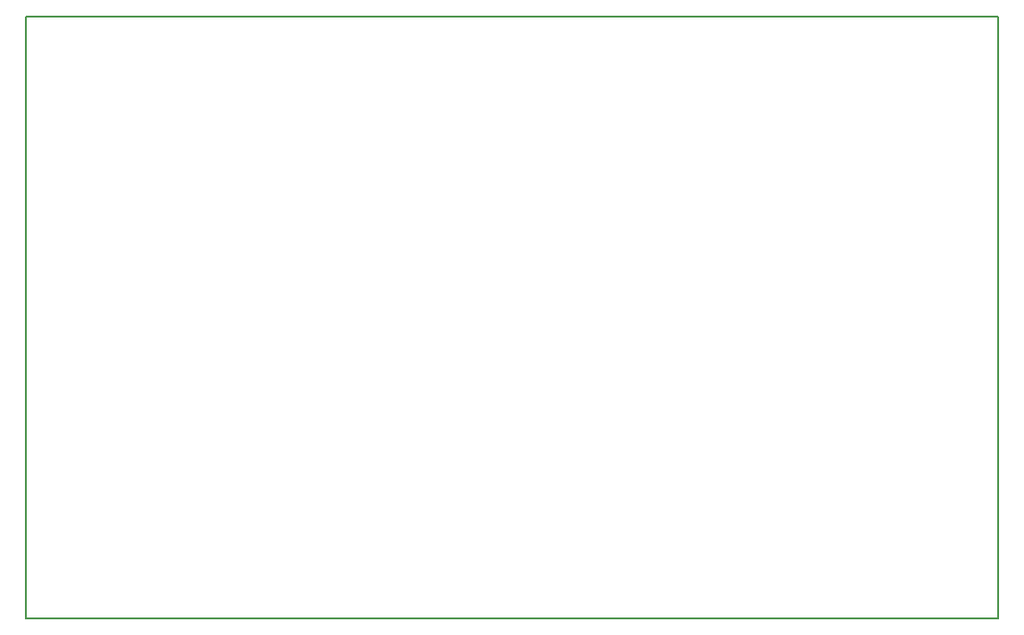
<source format=gbo>
G04 MADE WITH FRITZING*
G04 WWW.FRITZING.ORG*
G04 DOUBLE SIDED*
G04 HOLES PLATED*
G04 CONTOUR ON CENTER OF CONTOUR VECTOR*
%ASAXBY*%
%FSLAX23Y23*%
%MOIN*%
%OFA0B0*%
%SFA1.0B1.0*%
%ADD10R,3.517160X2.183570X3.501160X2.167570*%
%ADD11C,0.008000*%
%LNSILK0*%
G90*
G70*
G54D11*
X4Y2180D02*
X3513Y2180D01*
X3513Y4D01*
X4Y4D01*
X4Y2180D01*
D02*
G04 End of Silk0*
M02*
</source>
